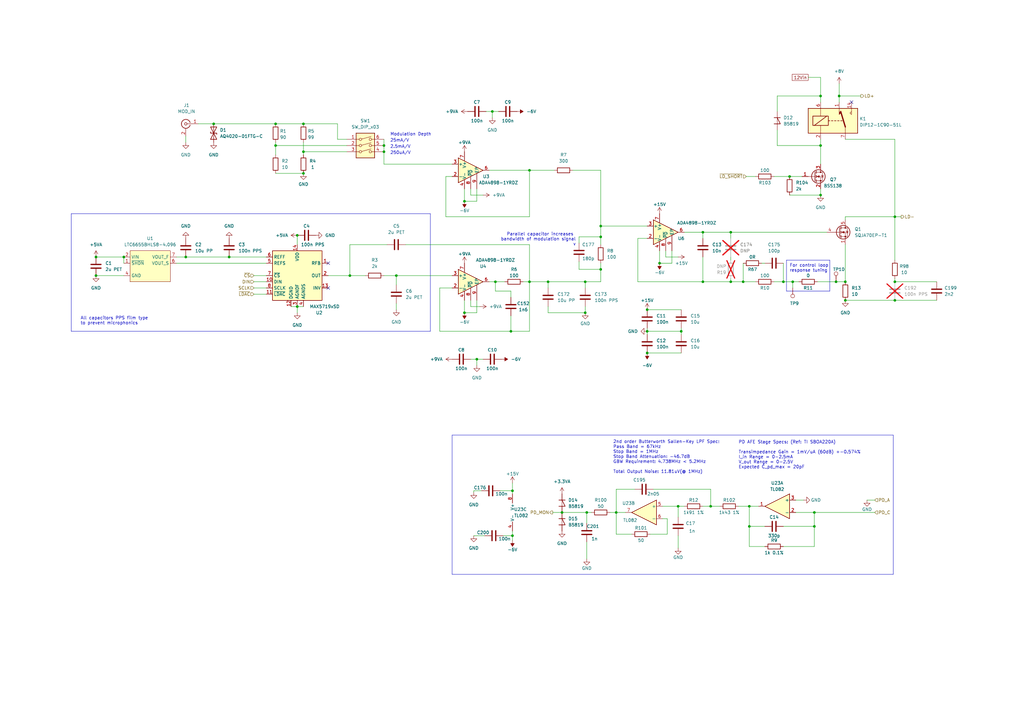
<source format=kicad_sch>
(kicad_sch (version 20230121) (generator eeschema)
  (paper "A3")
  (title_block (title "Kirdy") (date "2022-07-03") (rev "r0.1") (company "M-Labs") (comment 1 "Alex Wong Tat Hang"))
  (lib_symbols
    (symbol "Amplifier_Operational:ADA4898-1YRDZ" (pin_names (offset 0.127))
      (property "Reference" "U" (at 3.81 3.81 0))
      (property "Value" "ADA4898-1YRDZ" (at 11.43 -2.54 0))
      (symbol "ADA4898-1YRDZ_1_1"
        (pin input line (at -7.62 -2.54 0) (length 2.54) (name "-") (number "2"))
        (pin input line (at -7.62 2.54 0) (length 2.54) (name "+") (number "3"))
        (pin power_in line (at -2.54 -7.62 90) (length 3.81) (name "V-") (number "4"))
        (pin output line (at 7.62 0 180) (length 2.54) (name "~") (number "6"))
        (pin power_in line (at -2.54 7.62 270) (length 3.81) (name "V+") (number "7"))
        (pin input line (at 0 -7.62 90) (length 5.08) (name "~{PD}") (number "8"))
        (pin passive line (at 2.54 -7.62 90) (length 6.35) (name "EP") (number "9"))
      )
    )
    (symbol "Amplifier_Operational:TL082" (pin_names (offset 0.127))
      (property "Reference" "U" (at 0 5.08 0))
      (property "Value" "TL082" (at 0 -5.08 0))
      (symbol "TL082_1_1"
        (pin output line (at 7.62 0 180) (length 2.54) (name "~") (number "1"))
        (pin input line (at -7.62 -2.54 0) (length 2.54) (name "-") (number "2"))
        (pin input line (at -7.62 2.54 0) (length 2.54) (name "+") (number "3"))
      )
      (symbol "TL082_2_1"
        (pin input line (at -7.62 2.54 0) (length 2.54) (name "+") (number "5"))
        (pin input line (at -7.62 -2.54 0) (length 2.54) (name "-") (number "6"))
        (pin output line (at 7.62 0 180) (length 2.54) (name "~") (number "7"))
      )
      (symbol "TL082_3_1"
        (pin power_in line (at -2.54 -7.62 90) (length 3.81) (name "V-") (number "4"))
        (pin power_in line (at -2.54 7.62 270) (length 3.81) (name "V+") (number "8"))
      )
    )
    (symbol "Analog_DAC:MAX5719xSD"
      (property "Reference" "U" (at -10.16 11.43 0))
      (property "Value" "MAX5719xSD" (at 1.27 11.43 0))
      (symbol "MAX5719xSD_1_1"
        (pin passive line (at 12.7 5.08 180) (length 2.54) (name "RFB") (number "1"))
        (pin input line (at -12.7 -2.54 0) (length 2.54) (name "DIN") (number "10"))
        (pin input line (at -12.7 -7.62 0) (length 2.54) (name "~{LDAC}") (number "11"))
        (pin power_in line (at -2.54 -12.7 90) (length 2.54) (name "DGND") (number "12"))
        (pin passive line (at 12.7 -5.08 180) (length 2.54) (name "INV") (number "13"))
        (pin power_in line (at 0 12.7 270) (length 2.54) (name "VDD") (number "14"))
        (pin output line (at 12.7 0 180) (length 2.54) (name "OUT") (number "2"))
        (pin power_in line (at 0 -12.7 90) (length 2.54) (name "AGNDF") (number "3"))
        (pin power_in line (at 2.54 -12.7 90) (length 2.54) (name "AGNDS") (number "4"))
        (pin input line (at -12.7 5.08 0) (length 2.54) (name "REFS") (number "5"))
        (pin input line (at -12.7 7.62 0) (length 2.54) (name "REFF") (number "6"))
        (pin input line (at -12.7 0 0) (length 2.54) (name "~{CS}") (number "7"))
        (pin input line (at -12.7 -5.08 0) (length 2.54) (name "SCLK") (number "8"))
        (pin no_connect line (at 10.16 -7.62 180) (length 2.54) hide (name "NC") (number "9"))
      )
    )
    (symbol "Connector:Conn_Coaxial" (pin_names (offset 1.016) hide)
      (property "Reference" "J" (at 0.254 3.048 0))
      (property "Value" "Conn_Coaxial" (at 2.921 0 90))
      (symbol "Conn_Coaxial_1_1"
        (pin passive line (at -5.08 0 0) (length 2.54) (name "In") (number "1"))
        (pin passive line (at 0 -5.08 90) (length 2.54) (name "Ext") (number "2"))
      )
    )
    (symbol "Connector:TestPoint" (pin_numbers hide) (pin_names (offset 0.762) hide)
      (property "Reference" "TP" (at 0 6.858 0))
      (property "Value" "TestPoint" (at 0 5.08 0))
      (symbol "TestPoint_1_1"
        (pin passive line (at 0 0 90) (length 2.54) (name "1") (number "1"))
      )
    )
    (symbol "Device:C" (pin_numbers hide) (pin_names (offset 0.254))
      (property "Reference" "C" (at 0.635 2.54 0))
      (property "Value" "C" (at 0.635 -2.54 0))
      (symbol "C_1_1"
        (pin passive line (at 0 3.81 270) (length 2.794) (name "~") (number "1"))
        (pin passive line (at 0 -3.81 90) (length 2.794) (name "~") (number "2"))
      )
    )
    (symbol "Device:D_Shockley" (pin_numbers hide) (pin_names (offset 1.016) hide)
      (property "Reference" "D" (at 0 2.54 0))
      (property "Value" "D_Shockley" (at 0 -2.54 0))
      (symbol "D_Shockley_1_1"
        (pin passive line (at -3.81 0 0) (length 2.54) (name "K") (number "1"))
        (pin passive line (at 3.81 0 180) (length 2.54) (name "A") (number "2"))
      )
    )
    (symbol "Device:D_TVS" (pin_numbers hide) (pin_names (offset 1.016) hide)
      (property "Reference" "D" (at 0 2.54 0))
      (property "Value" "D_TVS" (at 0 -2.54 0))
      (symbol "D_TVS_1_1"
        (pin passive line (at -3.81 0 0) (length 2.54) (name "A1") (number "1"))
        (pin passive line (at 3.81 0 180) (length 2.54) (name "A2") (number "2"))
      )
    )
    (symbol "Device:R" (pin_numbers hide) (pin_names (offset 0))
      (property "Reference" "R" (at 2.032 0 90))
      (property "Value" "R" (at 0 0 90))
      (symbol "R_1_1"
        (pin passive line (at 0 3.81 270) (length 1.27) (name "~") (number "1"))
        (pin passive line (at 0 -3.81 90) (length 1.27) (name "~") (number "2"))
      )
    )
    (symbol "Relay:DIPxx-1Cxx-51x"
      (property "Reference" "K" (at 11.43 3.81 0))
      (property "Value" "DIPxx-1Cxx-51x" (at 11.43 1.27 0))
      (symbol "DIPxx-1Cxx-51x_1_1"
        (pin passive line (at 2.54 7.62 270) (length 2.54) (name "~") (number "1"))
        (pin passive line (at 7.62 7.62 270) (length 2.54) (name "~") (number "14"))
        (pin passive line (at -5.08 -7.62 90) (length 2.54) (name "~") (number "2"))
        (pin passive line (at -5.08 7.62 270) (length 2.54) (name "~") (number "6"))
        (pin passive line (at 5.08 -7.62 90) (length 2.54) (name "~") (number "7"))
        (pin passive line (at 5.08 -7.62 90) (length 2.54) hide (name "~") (number "8"))
      )
    )
    (symbol "Switch:SW_DIP_x03" (pin_names (offset 0) hide)
      (property "Reference" "SW" (at 0 8.89 0))
      (property "Value" "SW_DIP_x03" (at 0 -3.81 0))
      (symbol "SW_DIP_x03_1_1"
        (pin passive line (at -7.62 5.08 0) (length 5.08) (name "~") (number "1"))
        (pin passive line (at -7.62 2.54 0) (length 5.08) (name "~") (number "2"))
        (pin passive line (at -7.62 0 0) (length 5.08) (name "~") (number "3"))
        (pin passive line (at 7.62 0 180) (length 5.08) (name "~") (number "4"))
        (pin passive line (at 7.62 2.54 180) (length 5.08) (name "~") (number "5"))
        (pin passive line (at 7.62 5.08 180) (length 5.08) (name "~") (number "6"))
      )
    )
    (symbol "Transistor_FET:BSS138" (pin_names hide)
      (property "Reference" "Q" (at 5.08 1.905 0))
      (property "Value" "BSS138" (at 5.08 0 0))
      (symbol "BSS138_1_1"
        (pin input line (at -5.08 0 0) (length 2.54) (name "G") (number "1"))
        (pin passive line (at 2.54 -5.08 90) (length 2.54) (name "S") (number "2"))
        (pin passive line (at 2.54 5.08 270) (length 2.54) (name "D") (number "3"))
      )
    )
    (symbol "Transistor_FET:CSD17507Q5A" (pin_names hide)
      (property "Reference" "Q" (at 5.08 1.905 0))
      (property "Value" "CSD17507Q5A" (at 5.08 0 0))
      (symbol "CSD17507Q5A_1_1"
        (pin passive line (at 2.54 -5.08 90) (length 2.54) (name "S") (number "1"))
        (pin passive line (at 2.54 -5.08 90) (length 2.54) hide (name "S") (number "2"))
        (pin passive line (at 2.54 -5.08 90) (length 2.54) hide (name "S") (number "3"))
        (pin passive line (at -5.08 0 0) (length 2.54) (name "G") (number "4"))
        (pin passive line (at 2.54 5.08 270) (length 2.54) (name "D") (number "5"))
      )
    )
    (symbol "kirdy:LTC6655"
      (property "Reference" "U" (at 0 -10.16 0))
      (property "Value" "LTC6655" (at 0 -7.62 0))
      (symbol "LTC6655_0_0"
        (pin input line (at -10.16 2.54 0) (length 2.54) (name "~{SHDN}") (number "1"))
        (pin power_in line (at -10.16 5.08 0) (length 2.54) (name "VIN") (number "2"))
        (pin power_in line (at -10.16 -2.54 0) (length 2.54) hide (name "GND") (number "3"))
        (pin power_in line (at -10.16 -2.54 0) (length 2.54) (name "GND") (number "4"))
        (pin power_in line (at -10.16 -2.54 0) (length 2.54) hide (name "GND") (number "5"))
        (pin passive line (at 11.43 2.54 180) (length 2.54) (name "VOUT_S") (number "6"))
        (pin output line (at 11.43 5.08 180) (length 2.54) (name "VOUT_F") (number "7"))
        (pin power_in line (at -10.16 -2.54 0) (length 2.54) hide (name "GND") (number "8"))
      )
    )
    (symbol "power:+15V" (power) (pin_names (offset 0))
      (property "Value" "+15V" (at 0 3.556 0))
      (symbol "+15V_1_1"
        (pin power_in line (at 0 0 90) (length 0) hide (name "+15V") (number "1"))
      )
    )
    (symbol "power:+3.3VA" (power) (pin_names (offset 0))
      (property "Value" "+3.3VA" (at 0 3.556 0))
      (symbol "+3.3VA_1_1"
        (pin power_in line (at 0 0 90) (length 0) hide (name "+3.3VA") (number "1"))
      )
    )
    (symbol "power:+5VA" (power) (pin_names (offset 0))
      (property "Value" "+5VA" (at 0 3.556 0))
      (symbol "+5VA_1_1"
        (pin power_in line (at 0 0 90) (length 0) hide (name "+5VA") (number "1"))
      )
    )
    (symbol "power:+8V" (power) (pin_names (offset 0))
      (property "Value" "+8V" (at 0 3.556 0))
      (symbol "+8V_1_1"
        (pin power_in line (at 0 0 90) (length 0) hide (name "+8V") (number "1"))
      )
    )
    (symbol "power:+9VA" (power) (pin_names (offset 0))
      (property "Value" "+9VA" (at 0 3.81 0))
      (symbol "+9VA_1_1"
        (pin power_in line (at 0 0 90) (length 0) hide (name "+9VA") (number "1"))
      )
    )
    (symbol "power:-6V" (power) (pin_names (offset 0))
      (property "Value" "-6V" (at 0 3.81 0))
      (symbol "-6V_0_0"
        (pin power_in line (at 0 0 90) (length 0) hide (name "-6V") (number "1"))
      )
    )
    (symbol "power:GND" (power) (pin_names (offset 0))
      (property "Value" "GND" (at 0 -3.81 0))
      (symbol "GND_1_1"
        (pin power_in line (at 0 0 270) (length 0) hide (name "GND") (number "1"))
      )
    )
  )
  (junction (at 270.51 107.95))
  (junction (at 124.46 71.12))
  (junction (at 217.17 69.85))
  (junction (at 265.43 135.89))
  (junction (at 203.2 115.57))
  (junction (at 121.92 96.52))
  (junction (at 288.29 95.25))
  (junction (at 367.03 88.9))
  (junction (at 334.01 210.185))
  (junction (at 210.185 201.295))
  (junction (at 87.63 50.8))
  (junction (at 201.93 45.72))
  (junction (at 157.48 62.23))
  (junction (at 240.03 115.57))
  (junction (at 195.58 147.32))
  (junction (at 299.72 115.57))
  (junction (at 265.43 127))
  (junction (at 252.73 210.185))
  (junction (at 346.71 115.57))
  (junction (at 190.5 128.27))
  (junction (at 124.46 50.8))
  (junction (at 336.55 39.37))
  (junction (at 217.17 115.57))
  (junction (at 307.34 207.645))
  (junction (at 224.79 115.57))
  (junction (at 334.01 215.9))
  (junction (at 190.5 82.55))
  (junction (at 325.12 115.57))
  (junction (at 288.29 115.57))
  (junction (at 143.51 113.03))
  (junction (at 336.55 80.01))
  (junction (at 299.72 95.25))
  (junction (at 113.03 50.8))
  (junction (at 162.56 113.03))
  (junction (at 76.2 105.41))
  (junction (at 279.4 135.89))
  (junction (at 210.185 219.71))
  (junction (at 246.38 110.49))
  (junction (at 246.38 92.71))
  (junction (at 50.8 105.41))
  (junction (at 346.71 123.19))
  (junction (at 265.43 144.78))
  (junction (at 291.465 207.645))
  (junction (at 367.03 123.19))
  (junction (at 93.98 105.41))
  (junction (at 39.37 113.03))
  (junction (at 278.13 207.645))
  (junction (at 240.03 128.27))
  (junction (at 113.03 59.69))
  (junction (at 307.34 215.9))
  (junction (at 336.55 59.69))
  (junction (at 246.38 97.155))
  (junction (at 344.17 39.37))
  (junction (at 230.505 210.185))
  (junction (at 304.8 115.57))
  (junction (at 124.46 62.23))
  (junction (at 121.92 125.73))
  (junction (at 209.55 135.89))
  (junction (at 367.03 115.57))
  (junction (at 240.665 210.185))
  (junction (at 39.37 105.41))
  (junction (at 157.48 59.69))
  (junction (at 342.9 115.57))
  (junction (at 323.85 72.39))
  (junction (at 321.31 115.57))
  (no_connect (at 349.25 41.91))
  (no_connect (at 134.62 118.11))
  (no_connect (at 134.62 107.95))
  (wire (pts (xy 162.56 124.46) (xy 162.56 127)))
  (wire (pts (xy 104.14 113.03) (xy 109.22 113.03)))
  (wire (pts (xy 50.8 105.41) (xy 50.8 107.95)))
  (wire (pts (xy 157.48 59.69) (xy 157.48 62.23)))
  (wire (pts (xy 323.85 72.39) (xy 328.93 72.39)))
  (wire (pts (xy 217.17 115.57) (xy 224.79 115.57)))
  (wire (pts (xy 259.08 219.075) (xy 252.73 219.075)))
  (wire (pts (xy 113.03 71.12) (xy 124.46 71.12)))
  (wire (pts (xy 334.01 210.185) (xy 358.775 210.185)))
  (wire (pts (xy 335.28 115.57) (xy 342.9 115.57)))
  (wire (pts (xy 288.29 95.25) (xy 299.72 95.25)))
  (wire (pts (xy 313.69 224.155) (xy 307.34 224.155)))
  (wire (pts (xy 237.49 107.315) (xy 237.49 110.49)))
  (wire (pts (xy 318.77 59.69) (xy 336.55 59.69)))
  (wire (pts (xy 325.12 118.11) (xy 325.12 115.57)))
  (wire (pts (xy 271.78 212.725) (xy 273.685 212.725)))
  (wire (pts (xy 240.03 115.57) (xy 246.38 115.57)))
  (wire (pts (xy 265.43 135.89) (xy 265.43 137.16)))
  (wire (pts (xy 346.71 90.17) (xy 346.71 88.9)))
  (wire (pts (xy 210.185 219.71) (xy 210.185 221.615)))
  (wire (pts (xy 331.47 31.75) (xy 336.55 31.75)))
  (wire (pts (xy 240.665 210.185) (xy 242.57 210.185)))
  (wire (pts (xy 166.37 100.33) (xy 217.17 100.33)))
  (wire (pts (xy 138.43 57.15) (xy 142.24 57.15)))
  (wire (pts (xy 288.29 207.645) (xy 291.465 207.645)))
  (wire (pts (xy 76.2 58.42) (xy 76.2 55.88)))
  (wire (pts (xy 240.03 118.11) (xy 240.03 115.57)))
  (wire (pts (xy 288.29 95.25) (xy 288.29 97.79)))
  (wire (pts (xy 280.67 95.25) (xy 288.29 95.25)))
  (wire (pts (xy 193.04 125.73) (xy 196.85 125.73)))
  (wire (pts (xy 336.55 31.75) (xy 336.55 39.37)))
  (wire (pts (xy 124.46 58.42) (xy 124.46 62.23)))
  (wire (pts (xy 246.38 107.95) (xy 246.38 110.49)))
  (wire (pts (xy 367.03 114.3) (xy 367.03 115.57)))
  (wire (pts (xy 299.72 95.25) (xy 339.09 95.25)))
  (wire (pts (xy 81.28 50.8) (xy 87.63 50.8)))
  (polyline (pts (xy 322.58 119.38) (xy 340.36 119.38)))
  (wire (pts (xy 104.14 118.11) (xy 109.22 118.11)))
  (wire (pts (xy 237.49 110.49) (xy 246.38 110.49)))
  (wire (pts (xy 252.73 200.66) (xy 252.73 210.185)))
  (wire (pts (xy 206.375 219.71) (xy 210.185 219.71)))
  (wire (pts (xy 273.05 105.41) (xy 278.13 105.41)))
  (wire (pts (xy 237.49 97.155) (xy 246.38 97.155)))
  (polyline (pts (xy 322.58 106.68) (xy 340.36 106.68)))
  (wire (pts (xy 318.77 53.34) (xy 318.77 59.69)))
  (wire (pts (xy 157.48 57.15) (xy 157.48 59.69)))
  (wire (pts (xy 299.72 105.41) (xy 299.72 106.68)))
  (wire (pts (xy 76.2 105.41) (xy 93.98 105.41)))
  (wire (pts (xy 104.14 115.57) (xy 109.22 115.57)))
  (wire (pts (xy 113.03 58.42) (xy 113.03 59.69)))
  (wire (pts (xy 200.66 69.85) (xy 217.17 69.85)))
  (wire (pts (xy 201.93 45.72) (xy 201.93 48.26)))
  (wire (pts (xy 326.39 210.185) (xy 334.01 210.185)))
  (wire (pts (xy 306.07 72.39) (xy 309.88 72.39)))
  (wire (pts (xy 224.79 115.57) (xy 240.03 115.57)))
  (wire (pts (xy 267.97 200.66) (xy 291.465 200.66)))
  (wire (pts (xy 217.17 88.9) (xy 217.17 69.85)))
  (wire (pts (xy 209.55 135.89) (xy 217.17 135.89)))
  (wire (pts (xy 210.185 198.12) (xy 210.185 201.295)))
  (wire (pts (xy 252.73 210.185) (xy 256.54 210.185)))
  (wire (pts (xy 162.56 113.03) (xy 185.42 113.03)))
  (wire (pts (xy 157.48 113.03) (xy 162.56 113.03)))
  (wire (pts (xy 299.72 95.25) (xy 299.72 97.79)))
  (wire (pts (xy 217.17 135.89) (xy 217.17 115.57)))
  (wire (pts (xy 367.03 88.9) (xy 346.71 88.9)))
  (wire (pts (xy 240.03 128.27) (xy 240.03 125.73)))
  (wire (pts (xy 72.39 107.95) (xy 109.22 107.95)))
  (wire (pts (xy 336.55 57.15) (xy 336.55 59.69)))
  (wire (pts (xy 124.46 62.23) (xy 142.24 62.23)))
  (wire (pts (xy 214.63 115.57) (xy 217.17 115.57)))
  (wire (pts (xy 278.13 212.09) (xy 278.13 207.645)))
  (wire (pts (xy 279.4 135.89) (xy 265.43 135.89)))
  (wire (pts (xy 201.93 45.72) (xy 204.47 45.72)))
  (wire (pts (xy 180.34 118.11) (xy 180.34 135.89)))
  (wire (pts (xy 307.34 215.9) (xy 307.34 224.155)))
  (wire (pts (xy 195.58 82.55) (xy 195.58 77.47)))
  (wire (pts (xy 190.5 77.47) (xy 190.5 82.55)))
  (wire (pts (xy 195.58 128.27) (xy 195.58 123.19)))
  (wire (pts (xy 291.465 200.66) (xy 291.465 207.645)))
  (wire (pts (xy 143.51 100.33) (xy 143.51 113.03)))
  (wire (pts (xy 158.75 100.33) (xy 143.51 100.33)))
  (polyline (pts (xy 29.21 87.63) (xy 176.53 87.63)))
  (wire (pts (xy 346.71 123.19) (xy 367.03 123.19)))
  (wire (pts (xy 342.9 115.57) (xy 346.71 115.57)))
  (wire (pts (xy 266.7 219.075) (xy 273.685 219.075)))
  (wire (pts (xy 271.78 207.645) (xy 278.13 207.645)))
  (wire (pts (xy 195.58 147.32) (xy 198.12 147.32)))
  (wire (pts (xy 87.63 50.8) (xy 113.03 50.8)))
  (wire (pts (xy 246.38 97.155) (xy 246.38 100.33)))
  (wire (pts (xy 304.8 107.95) (xy 304.8 115.57)))
  (wire (pts (xy 193.04 77.47) (xy 193.04 80.01)))
  (wire (pts (xy 113.03 50.8) (xy 124.46 50.8)))
  (wire (pts (xy 336.55 39.37) (xy 336.55 41.91)))
  (wire (pts (xy 190.5 82.55) (xy 195.58 82.55)))
  (wire (pts (xy 193.04 147.32) (xy 195.58 147.32)))
  (wire (pts (xy 329.565 205.105) (xy 326.39 205.105)))
  (wire (pts (xy 321.31 115.57) (xy 325.12 115.57)))
  (wire (pts (xy 240.665 222.25) (xy 240.665 229.235)))
  (wire (pts (xy 246.38 69.85) (xy 246.38 92.71)))
  (wire (pts (xy 270.51 107.95) (xy 275.59 107.95)))
  (wire (pts (xy 199.39 45.72) (xy 201.93 45.72)))
  (wire (pts (xy 344.17 39.37) (xy 344.17 41.91)))
  (wire (pts (xy 185.42 72.39) (xy 182.88 72.39)))
  (wire (pts (xy 230.505 210.185) (xy 240.665 210.185)))
  (polyline (pts (xy 340.36 119.38) (xy 340.36 106.68)))
  (wire (pts (xy 72.39 105.41) (xy 76.2 105.41)))
  (wire (pts (xy 180.34 135.89) (xy 209.55 135.89)))
  (wire (pts (xy 193.04 123.19) (xy 193.04 125.73)))
  (wire (pts (xy 134.62 113.03) (xy 143.51 113.03)))
  (wire (pts (xy 209.55 119.38) (xy 203.2 119.38)))
  (wire (pts (xy 93.98 105.41) (xy 109.22 105.41)))
  (wire (pts (xy 291.465 207.645) (xy 295.275 207.645)))
  (wire (pts (xy 317.5 115.57) (xy 321.31 115.57)))
  (wire (pts (xy 367.03 57.15) (xy 346.71 57.15)))
  (wire (pts (xy 250.19 210.185) (xy 252.73 210.185)))
  (wire (pts (xy 334.01 210.185) (xy 334.01 215.9)))
  (wire (pts (xy 234.95 69.85) (xy 246.38 69.85)))
  (wire (pts (xy 278.13 224.79) (xy 278.13 219.71)))
  (wire (pts (xy 39.37 105.41) (xy 50.8 105.41)))
  (wire (pts (xy 39.37 113.03) (xy 50.8 113.03)))
  (wire (pts (xy 369.57 88.9) (xy 367.03 88.9)))
  (wire (pts (xy 318.77 39.37) (xy 336.55 39.37)))
  (wire (pts (xy 302.895 207.645) (xy 307.34 207.645)))
  (wire (pts (xy 190.5 128.27) (xy 195.58 128.27)))
  (wire (pts (xy 124.46 62.23) (xy 124.46 63.5)))
  (wire (pts (xy 270.51 102.87) (xy 270.51 107.95)))
  (polyline (pts (xy 29.21 87.63) (xy 29.21 135.89)))
  (wire (pts (xy 325.12 115.57) (xy 327.66 115.57)))
  (wire (pts (xy 113.03 59.69) (xy 142.24 59.69)))
  (wire (pts (xy 367.03 115.57) (xy 384.175 115.57)))
  (wire (pts (xy 252.73 210.185) (xy 252.73 219.075)))
  (wire (pts (xy 261.62 115.57) (xy 261.62 97.79)))
  (wire (pts (xy 121.92 96.52) (xy 121.92 100.33)))
  (wire (pts (xy 273.685 212.725) (xy 273.685 219.075)))
  (wire (pts (xy 273.05 102.87) (xy 273.05 105.41)))
  (wire (pts (xy 157.48 67.31) (xy 185.42 67.31)))
  (wire (pts (xy 226.695 210.185) (xy 230.505 210.185)))
  (polyline (pts (xy 322.58 106.68) (xy 322.58 119.38)))
  (wire (pts (xy 217.17 69.85) (xy 227.33 69.85)))
  (wire (pts (xy 336.55 59.69) (xy 336.55 67.31)))
  (wire (pts (xy 321.31 224.155) (xy 334.01 224.155)))
  (wire (pts (xy 304.8 115.57) (xy 309.88 115.57)))
  (wire (pts (xy 194.31 201.93) (xy 194.31 201.295)))
  (wire (pts (xy 344.17 39.37) (xy 353.06 39.37)))
  (wire (pts (xy 288.29 115.57) (xy 261.62 115.57)))
  (wire (pts (xy 307.34 207.645) (xy 311.15 207.645)))
  (wire (pts (xy 182.88 88.9) (xy 217.17 88.9)))
  (wire (pts (xy 119.38 125.73) (xy 121.92 125.73)))
  (wire (pts (xy 246.38 92.71) (xy 265.43 92.71)))
  (wire (pts (xy 367.03 88.9) (xy 367.03 106.68)))
  (wire (pts (xy 104.14 120.65) (xy 109.22 120.65)))
  (wire (pts (xy 318.77 45.72) (xy 318.77 39.37)))
  (wire (pts (xy 143.51 113.03) (xy 149.86 113.03)))
  (wire (pts (xy 367.03 123.19) (xy 384.175 123.19)))
  (wire (pts (xy 193.04 80.01) (xy 198.12 80.01)))
  (wire (pts (xy 246.38 92.71) (xy 246.38 97.155)))
  (polyline (pts (xy 29.21 135.89) (xy 176.53 135.89)))
  (wire (pts (xy 210.185 201.295) (xy 210.185 202.565)))
  (wire (pts (xy 194.31 201.295) (xy 197.485 201.295)))
  (wire (pts (xy 224.79 125.73) (xy 224.79 128.27)))
  (wire (pts (xy 299.72 114.3) (xy 299.72 115.57)))
  (wire (pts (xy 367.03 57.15) (xy 367.03 88.9)))
  (wire (pts (xy 190.5 123.19) (xy 190.5 128.27)))
  (wire (pts (xy 224.79 118.11) (xy 224.79 115.57)))
  (wire (pts (xy 203.2 119.38) (xy 203.2 115.57)))
  (wire (pts (xy 321.31 107.95) (xy 321.31 115.57)))
  (wire (pts (xy 209.55 129.54) (xy 209.55 135.89)))
  (wire (pts (xy 205.105 201.295) (xy 210.185 201.295)))
  (wire (pts (xy 279.4 134.62) (xy 279.4 135.89)))
  (wire (pts (xy 344.17 34.29) (xy 344.17 39.37)))
  (wire (pts (xy 312.42 107.95) (xy 313.69 107.95)))
  (wire (pts (xy 246.38 110.49) (xy 246.38 115.57)))
  (wire (pts (xy 323.85 80.01) (xy 336.55 80.01)))
  (wire (pts (xy 113.03 59.69) (xy 113.03 63.5)))
  (wire (pts (xy 121.92 125.73) (xy 121.92 128.27)))
  (wire (pts (xy 217.17 100.33) (xy 217.17 115.57)))
  (wire (pts (xy 279.4 135.89) (xy 279.4 137.16)))
  (wire (pts (xy 210.185 217.805) (xy 210.185 219.71)))
  (wire (pts (xy 162.56 113.03) (xy 162.56 116.84)))
  (wire (pts (xy 157.48 62.23) (xy 157.48 67.31)))
  (wire (pts (xy 346.71 100.33) (xy 346.71 115.57)))
  (wire (pts (xy 124.46 50.8) (xy 138.43 50.8)))
  (wire (pts (xy 355.6 205.105) (xy 358.775 205.105)))
  (wire (pts (xy 203.2 115.57) (xy 207.01 115.57)))
  (wire (pts (xy 240.665 214.63) (xy 240.665 210.185)))
  (wire (pts (xy 336.55 77.47) (xy 336.55 80.01)))
  (wire (pts (xy 321.31 215.9) (xy 334.01 215.9)))
  (wire (pts (xy 307.34 207.645) (xy 307.34 215.9)))
  (wire (pts (xy 317.5 72.39) (xy 323.85 72.39)))
  (wire (pts (xy 185.42 118.11) (xy 180.34 118.11)))
  (wire (pts (xy 194.31 219.71) (xy 198.755 219.71)))
  (wire (pts (xy 265.43 134.62) (xy 265.43 135.89)))
  (wire (pts (xy 224.79 128.27) (xy 240.03 128.27)))
  (wire (pts (xy 265.43 127) (xy 279.4 127)))
  (wire (pts (xy 260.35 200.66) (xy 252.73 200.66)))
  (wire (pts (xy 288.29 115.57) (xy 299.72 115.57)))
  (wire (pts (xy 209.55 121.92) (xy 209.55 119.38)))
  (wire (pts (xy 265.43 144.78) (xy 279.4 144.78)))
  (wire (pts (xy 278.13 207.645) (xy 280.67 207.645)))
  (wire (pts (xy 200.66 115.57) (xy 203.2 115.57)))
  (wire (pts (xy 138.43 50.8) (xy 138.43 57.15)))
  (wire (pts (xy 275.59 107.95) (xy 275.59 102.87)))
  (wire (pts (xy 288.29 105.41) (xy 288.29 115.57)))
  (wire (pts (xy 195.58 147.32) (xy 195.58 149.86)))
  (wire (pts (xy 299.72 115.57) (xy 304.8 115.57)))
  (polyline (pts (xy 176.53 135.89) (xy 176.53 87.63)))
  (wire (pts (xy 237.49 99.695) (xy 237.49 97.155)))
  (wire (pts (xy 121.92 125.73) (xy 124.46 125.73)))
  (wire (pts (xy 182.88 72.39) (xy 182.88 88.9)))
  (wire (pts (xy 261.62 97.79) (xy 265.43 97.79)))
  (wire (pts (xy 334.01 215.9) (xy 334.01 224.155)))
  (wire (pts (xy 313.69 215.9) (xy 307.34 215.9)))
  (rectangle (start 185.42 178.435) (end 366.395 235.585))
  (text "250uA/V" (at 160.02 63.5 0) (effects (font (size 1.27 1.27)) (justify left bottom)))
  (text "All capacitors PPS film type\nto prevent microphonics " (at 33.02 133.35 0) (effects (font (size 1.27 1.27)) (justify left bottom)))
  (text "2.5mA/V" (at 160.02 60.96 0) (effects (font (size 1.27 1.27)) (justify left bottom)))
  (text "For control loop\nresponse tuning" (at 323.85 111.76 0) (effects (font (size 1.27 1.27)) (justify left bottom)))
  (text "25mA/V" (at 160.02 58.42 0) (effects (font (size 1.27 1.27)) (justify left bottom)))
  (text "PD AFE Stage Specs: (Ref: TI SBOA220A)\n\nTransimpedance Gain = 1mV/uA (60dB) +-0.574%\nI_in Range = 0-2.5mA\nV_out Range = 0-2.5V\nExpected C_pd_max = 20pF" (at 302.895 192.405 0) (effects (font (size 1.27 1.27)) (justify left bottom)))
  (text "\n2nd order Butterworth Sallen-Key LPF Spec:\nPass Band = 67kHz\nStop Band = 1MHz\nStop Band Attenuation: -46.7dB\nGBW Requirement: 4.738MHz < 5.2MHz\n\nTotal Output Noise: 11.81uV(@ 1MHz)" (at 251.46 194.31 0) (effects (font (size 1.27 1.27)) (justify left bottom)))
  (text "Parallel capacitor increases \nbandwidth of modulation signal\nv" (at 236.22 100.965 0) (effects (font (size 1.27 1.27)) (justify right bottom)))
  (text "Modulation Depth" (at 160.02 55.88 0) (effects (font (size 1.27 1.27)) (justify left bottom)))
  (global_label "12Vin" (shape passive) (at 331.47 31.75 180) (property "Intersheetrefs" "${INTERSHEET_REFS}" (effects hide)))
  (hierarchical_label "PD_MON" (shape output) (at 226.695 210.185 180))
  (hierarchical_label "PD_C" (shape input) (at 358.775 210.185 0))
  (hierarchical_label "~{LDAC}" (shape input) (at 104.14 120.65 180))
  (hierarchical_label "~{LD_SHORT}" (shape input) (at 306.07 72.39 180))
  (hierarchical_label "LD+" (shape output) (at 353.06 39.37 0))
  (hierarchical_label "PD_A" (shape input) (at 358.775 205.105 0))
  (hierarchical_label "SCLK" (shape input) (at 104.14 118.11 180))
  (hierarchical_label "DIN" (shape input) (at 104.14 115.57 180))
  (hierarchical_label "LD-" (shape output) (at 369.57 88.9 0))
  (hierarchical_label "~{CS}" (shape input) (at 104.14 113.03 180))
  (symbol (lib_id "Connector:TestPoint") (at 342.9 115.57 0) (unit 1)
    (property "Reference" "TP10" (at 341.63 110.49 0) (effects (justify left)))
    (property "Value" "TestPoint" (effects hide))
    (property "Footprint" "TestPoint:TestPoint_Pad_2.0x2.0mm" (effects hide))
  )
  (symbol (lib_id "Device:R") (at 299.72 110.49 180) (unit 1) (dnp yes)
    (property "Reference" "R19" (at 295.91 111.76 0))
    (property "Value" "DNP" (at 295.91 109.22 0))
    (property "Footprint" "Resistor_SMD:R_0603_1608Metric" (effects hide))
  )
  (symbol (lib_id "Device:R") (at 284.48 207.645 90) (unit 1)
    (property "Reference" "R12" (at 284.48 205.105 90))
    (property "Value" "1k91 1%" (at 284.48 210.185 90))
    (property "Footprint" "Resistor_SMD:R_0603_1608Metric" (effects hide))
    (property "MFR_PN_ALT" "WR06X1001FTL" (effects hide))
  )
  (symbol (lib_id "Device:C") (at 264.16 200.66 270) (unit 1)
    (property "Reference" "C195" (at 262.255 196.85 90))
    (property "Value" "2n05" (at 267.97 202.565 90))
    (property "Footprint" "Capacitor_SMD:C_0603_1608Metric" (effects hide))
  )
  (symbol (lib_id "Device:R") (at 323.85 76.2 180) (unit 1)
    (property "Reference" "R104" (at 326.39 74.9299 0) (effects (justify right)))
    (property "Value" "2k" (at 326.39 77.4699 0) (effects (justify right)))
    (property "Footprint" "Resistor_SMD:R_0603_1608Metric" (effects hide))
    (property "MFR_PN" "RC0603FR-072KL" (effects hide))
    (property "MFR_PN_ALT" "ERJ-3EKF2001V" (effects hide))
  )
  (symbol (lib_id "power:GND") (at 336.55 80.01 0) (unit 1)
    (property "Reference" "#PWR0171" (effects hide))
    (property "Value" "GND" (at 336.55 85.09 0))
  )
  (symbol (lib_id "power:-6V") (at 212.09 45.72 270) (unit 1)
    (property "Reference" "#PWR022" (effects hide))
    (property "Value" "-6V" (at 215.9 45.7199 90) (effects (justify left)))
  )
  (symbol (lib_id "Device:C") (at 162.56 100.33 90) (unit 1)
    (property "Reference" "C5" (at 162.56 92.71 90))
    (property "Value" "2u PET" (at 162.56 95.25 90))
    (property "Footprint" "Capacitor_SMD:C_1812_4532Metric" (effects hide))
    (property "MFR_PN" "35MU225MC14532" (effects hide))
  )
  (symbol (lib_id "power:+15V") (at 265.43 127 0) (unit 1)
    (property "Reference" "#PWR028" (effects hide))
    (property "Value" "+15V" (at 265.43 123.19 0))
  )
  (symbol (lib_id "Device:R") (at 331.47 115.57 90) (unit 1)
    (property "Reference" "R11" (at 331.47 118.11 90))
    (property "Value" "0" (at 331.47 113.03 90))
    (property "Footprint" "Resistor_SMD:R_0603_1608Metric" (effects hide))
    (property "MFR_PN" "RMCF0603ZT0R00" (effects hide))
    (property "MFR_PN_ALT" "CR0603-J/-000ELF" (effects hide))
  )
  (symbol (lib_id "power:-6V") (at 205.74 147.32 270) (unit 1)
    (property "Reference" "#PWR023" (effects hide))
    (property "Value" "-6V" (at 209.55 147.3199 90) (effects (justify left)))
  )
  (symbol (lib_id "Device:D_Shockley") (at 230.505 206.375 270) (unit 1)
    (property "Reference" "D14" (at 233.045 205.1049 90) (effects (justify left)))
    (property "Value" "B5819" (at 233.045 207.6449 90) (effects (justify left)))
    (property "Footprint" "Diode_SMD:D_SOD-323" (effects hide))
    (property "MFR_PN" "B5819WS-TP" (effects hide))
  )
  (symbol (lib_id "power:GND") (at 194.31 201.93 0) (unit 1)
    (property "Reference" "#PWR0191" (effects hide))
    (property "Value" "GND" (at 194.31 207.01 0))
  )
  (symbol (lib_id "Device:C") (at 208.28 45.72 90) (unit 1)
    (property "Reference" "C9" (at 208.28 41.91 90))
    (property "Value" "100n" (at 208.28 49.53 90))
    (property "Footprint" "Capacitor_SMD:C_0603_1608Metric" (effects hide))
    (property "MFR_PN" "CL10B104KB8NNWC" (effects hide))
    (property "MFR_PN_ALT" "CL10B104KB8NNNL" (effects hide))
  )
  (symbol (lib_id "Device:R") (at 346.71 119.38 0) (unit 1)
    (property "Reference" "R13" (at 349.25 118.11 0) (effects (justify left)))
    (property "Value" "10" (at 349.25 120.65 0) (effects (justify left)))
    (property "Footprint" "Package_TO_SOT_THT:TO-220-2_Horizontal_TabDown" (effects hide))
    (property "Datasheet" "https://www.alpha-elec.co.jp/w2img/2022100715510167015-PD(EN)_final_10Jan2018.pdf" (effects hide))
    (property "MFR_PN" "PDY10R000F" (effects hide))
  )
  (symbol (lib_id "Relay:DIPxx-1Cxx-51x") (at 341.63 49.53 0) (unit 1)
    (property "Reference" "K1" (at 352.552 48.6953 0) (effects (justify left)))
    (property "Value" "DIP12-1C90-51L" (at 352.552 51.2322 0) (effects (justify left)))
    (property "Footprint" "Relay_THT:Relay_StandexMeder_DIP_LowProfile" (effects hide))
    (property "Datasheet" "https://standexelectronics.com/wp-content/uploads/datasheet_reed_relay_DIP.pdf" (effects hide))
  )
  (symbol (lib_id "Device:C") (at 278.13 215.9 180) (unit 1)
    (property "Reference" "C17" (at 283.21 214.63 0))
    (property "Value" "1n" (at 283.845 217.805 0))
    (property "Footprint" "Capacitor_SMD:C_0603_1608Metric" (effects hide))
  )
  (symbol (lib_id "power:+5VA") (at 39.37 105.41 0) (unit 1)
    (property "Reference" "#PWR01" (effects hide))
    (property "Value" "+5VA" (at 39.37 100.33 0))
  )
  (symbol (lib_id "Device:C") (at 279.4 140.97 0) (unit 1)
    (property "Reference" "C16" (at 283.21 139.6999 0) (effects (justify left)))
    (property "Value" "10u" (at 283.21 142.2399 0) (effects (justify left)))
    (property "Footprint" "Capacitor_SMD:C_0805_2012Metric" (effects hide))
    (property "MFR_PN" "CL21B106KOQNNNG" (effects hide))
    (property "MFR_PN_ALT" "CL21B106KOQNNNE" (effects hide))
  )
  (symbol (lib_id "Device:C") (at 76.2 101.6 0) (unit 1)
    (property "Reference" "C2" (at 80.01 100.3299 0) (effects (justify left)))
    (property "Value" "10u PP" (at 80.01 102.8699 0) (effects (justify left)))
    (property "Footprint" "Capacitor_SMD:C_1812_4532Metric" (effects hide))
    (property "MFR_PN" "16MU106MC44532" (effects hide))
  )
  (symbol (lib_id "Connector:TestPoint") (at 325.12 118.11 180) (unit 1)
    (property "Reference" "TP9" (at 327.66 124.46 0) (effects (justify left)))
    (property "Value" "TestPoint" (effects hide))
    (property "Footprint" "TestPoint:TestPoint_Pad_2.0x2.0mm" (effects hide))
  )
  (symbol (lib_id "Device:C") (at 299.72 101.6 0) (unit 1) (dnp yes)
    (property "Reference" "C174" (at 303.53 100.3299 0) (effects (justify left)))
    (property "Value" "DNP" (at 303.53 102.8699 0) (effects (justify left)))
    (property "Footprint" "Capacitor_SMD:C_0603_1608Metric" (effects hide))
  )
  (symbol (lib_id "Device:R") (at 313.69 115.57 90) (unit 1)
    (property "Reference" "R10" (at 313.69 118.11 90))
    (property "Value" "100" (at 313.69 113.03 90))
    (property "Footprint" "Resistor_SMD:R_0603_1608Metric" (effects hide))
    (property "MFR_PN" "WR06X1000FTL" (effects hide))
    (property "MFR_PN_ALT" "RMCF0603FT100R" (effects hide))
  )
  (symbol (lib_id "Device:R") (at 367.03 110.49 180) (unit 1)
    (property "Reference" "R98" (at 370.84 109.22 0))
    (property "Value" "10" (at 370.84 111.76 0))
    (property "Footprint" "Resistor_SMD:R_0603_1608Metric" (effects hide))
  )
  (symbol (lib_id "power:GND") (at 121.92 128.27 0) (unit 1)
    (property "Reference" "#PWR06" (effects hide))
    (property "Value" "GND" (at 121.92 133.35 0))
  )
  (symbol (lib_id "Amplifier_Operational:ADA4898-1YRDZ") (at 273.05 95.25 0) (unit 1)
    (property "Reference" "U6" (at 279.4 97.79 0))
    (property "Value" "ADA4898-1YRDZ" (at 285.75 91.44 0))
    (property "Footprint" "Package_SO:SOIC-8-1EP_3.9x4.9mm_P1.27mm_EP2.29x3mm" (effects hide))
    (property "Datasheet" "https://www.analog.com/media/en/technical-documentation/data-sheets/ada4898-1_4898-2.pdf" (effects hide))
    (property "MFR_PN" "ADA4898-1YRDZ" (effects hide))
  )
  (symbol (lib_id "Device:C") (at 288.29 101.6 0) (unit 1)
    (property "Reference" "C13" (at 292.1 100.3299 0) (effects (justify left)))
    (property "Value" "10n" (at 292.1 102.8699 0) (effects (justify left)))
    (property "Footprint" "Capacitor_SMD:C_0603_1608Metric" (effects hide))
    (property "MFR_PN" "0603B103K500CT" (effects hide))
    (property "MFR_PN_ALT" "CL10B103KB8NNNC" (effects hide))
  )
  (symbol (lib_id "power:GND") (at 278.13 224.79 0) (unit 1)
    (property "Reference" "#PWR0187" (effects hide))
    (property "Value" "GND" (at 278.13 228.6 0))
  )
  (symbol (lib_id "power:GND") (at 329.565 205.105 90) (unit 1)
    (property "Reference" "#PWR0182" (effects hide))
    (property "Value" "GND" (at 334.645 205.105 90))
  )
  (symbol (lib_id "Device:C") (at 367.03 119.38 0) (unit 1) (dnp yes)
    (property "Reference" "C192" (at 370.84 118.1099 0) (effects (justify left)))
    (property "Value" "100n PPS" (at 370.84 120.6499 0) (effects (justify left)))
    (property "Footprint" "Capacitor_SMD:C_1210_3225Metric" (effects hide))
    (property "MFR_PN" "ECH-U1C104JX5" (effects hide))
  )
  (symbol (lib_id "Device:R") (at 246.38 104.14 180) (unit 1)
    (property "Reference" "R8" (at 248.92 102.8699 0) (effects (justify right)))
    (property "Value" "100" (at 248.92 105.4099 0) (effects (justify right)))
    (property "Footprint" "Resistor_SMD:R_0603_1608Metric" (effects hide))
    (property "MFR_PN" "RT0603FRE07300RL" (effects hide))
    (property "MFR_PN_ALT" "RC0603FR-10300RL" (effects hide))
  )
  (symbol (lib_id "power:GND") (at 129.54 96.52 90) (unit 1)
    (property "Reference" "#PWR07" (effects hide))
    (property "Value" "GND" (at 133.35 96.5199 90) (effects (justify right)))
  )
  (symbol (lib_id "Device:R") (at 113.03 67.31 180) (unit 1)
    (property "Reference" "R2" (at 116.84 66.04 0))
    (property "Value" "10" (at 116.84 68.58 0))
    (property "Footprint" "Resistor_SMD:R_0603_1608Metric" (effects hide))
    (property "MFR_PN" "RT0603BRD0710RL" (effects hide))
    (property "MFR_PN_ALT" "WR06X10R0FTL" (effects hide))
  )
  (symbol (lib_id "power:GND") (at 39.37 113.03 0) (unit 1)
    (property "Reference" "#PWR02" (effects hide))
    (property "Value" "GND" (at 39.37 118.11 0))
  )
  (symbol (lib_id "power:GND") (at 76.2 97.79 180) (unit 1)
    (property "Reference" "#PWR03" (effects hide))
    (property "Value" "GND" (at 76.2 92.71 0))
  )
  (symbol (lib_id "power:-6V") (at 210.185 221.615 180) (unit 1)
    (property "Reference" "#PWR0181" (effects hide))
    (property "Value" "-6V" (at 210.185 225.425 0))
  )
  (symbol (lib_id "Device:C") (at 224.79 121.92 0) (unit 1)
    (property "Reference" "C172" (at 228.6 120.6499 0) (effects (justify left)))
    (property "Value" "10u PP" (at 228.6 123.1899 0) (effects (justify left)))
    (property "Footprint" "Capacitor_SMD:C_1812_4532Metric" (effects hide))
    (property "MFR_PN" "16MU106MC44532" (effects hide))
  )
  (symbol (lib_id "Device:R") (at 262.89 219.075 90) (unit 1)
    (property "Reference" "R101" (at 262.89 216.535 90))
    (property "Value" "50" (at 262.89 221.615 90))
    (property "Footprint" "Resistor_SMD:R_0603_1608Metric" (effects hide))
    (property "MFR_PN_ALT" "WR06X1001FTL" (effects hide))
  )
  (symbol (lib_id "Switch:SW_DIP_x03") (at 149.86 62.23 0) (unit 1)
    (property "Reference" "SW1" (at 149.86 49.53 0))
    (property "Value" "SW_DIP_x03" (at 149.86 52.07 0))
    (property "Footprint" "Button_Switch_SMD:SW_DIP_SPSTx03_Slide_Omron_A6S-310x_W8.9mm_P2.54mm" (effects hide))
    (property "MFR_PN" "A6SN-3104" (effects hide))
    (property "MFR_PN_ALT" "A6S-3102" (effects hide))
  )
  (symbol (lib_id "Amplifier_Operational:ADA4898-1YRDZ") (at 193.04 115.57 0) (unit 1)
    (property "Reference" "U4" (at 198.12 109.22 0))
    (property "Value" "ADA4898-1YRDZ" (at 203.2 106.68 0))
    (property "Footprint" "Package_SO:SOIC-8-1EP_3.9x4.9mm_P1.27mm_EP2.29x3mm" (effects hide))
    (property "Datasheet" "https://www.analog.com/media/en/technical-documentation/data-sheets/ada4898-1_4898-2.pdf" (effects hide))
    (property "MFR_PN" "ADA4898-1YRDZ" (effects hide))
  )
  (symbol (lib_id "Device:C") (at 317.5 215.9 90) (unit 1)
    (property "Reference" "C14" (at 317.5 212.09 90))
    (property "Value" "330p" (at 317.5 219.71 90))
    (property "Footprint" "Capacitor_SMD:C_0603_1608Metric" (effects hide))
  )
  (symbol (lib_id "power:GND") (at 265.43 135.89 270) (unit 1)
    (property "Reference" "#PWR029" (effects hide))
    (property "Value" "GND" (at 261.62 135.8899 90) (effects (justify right)))
  )
  (symbol (lib_id "power:GND") (at 194.31 219.71 0) (unit 1)
    (property "Reference" "#PWR0192" (effects hide))
    (property "Value" "GND" (at 194.31 224.79 0))
  )
  (symbol (lib_id "Device:C") (at 265.43 140.97 0) (unit 1)
    (property "Reference" "C12" (at 269.24 139.6999 0) (effects (justify left)))
    (property "Value" "100n" (at 269.24 142.2399 0) (effects (justify left)))
    (property "Footprint" "Capacitor_SMD:C_0603_1608Metric" (effects hide))
    (property "MFR_PN" "CL10B104KB8NNWC" (effects hide))
    (property "MFR_PN_ALT" "CL10B104KB8NNNL" (effects hide))
  )
  (symbol (lib_id "power:GND") (at 162.56 127 0) (unit 1)
    (property "Reference" "#PWR09" (effects hide))
    (property "Value" "GND" (at 162.56 132.08 0))
  )
  (symbol (lib_id "Device:R") (at 317.5 224.155 90) (unit 1)
    (property "Reference" "R9" (at 317.5 221.615 90))
    (property "Value" "1k 0.1%" (at 317.5 226.695 90))
    (property "Footprint" "Resistor_SMD:R_0603_1608Metric" (effects hide))
    (property "MFR_PN" "RP0603BRD071KL" (effects hide))
    (property "MFR_PN_ALT" "WR06X1001FTL" (effects hide))
  )
  (symbol (lib_id "Device:R") (at 153.67 113.03 90) (unit 1)
    (property "Reference" "R3" (at 153.67 106.68 90))
    (property "Value" "2k" (at 153.67 109.22 90))
    (property "Footprint" "Resistor_SMD:R_0603_1608Metric" (effects hide))
    (property "MFR_PN" "RC0603FR-072KL" (effects hide))
    (property "MFR_PN_ALT" "ERJ-3EKF2001V" (effects hide))
  )
  (symbol (lib_id "Device:C") (at 209.55 125.73 180) (unit 1)
    (property "Reference" "C152" (at 214.63 124.46 0))
    (property "Value" "1n6" (at 214.63 127 0))
    (property "Footprint" "Capacitor_SMD:C_0603_1608Metric" (effects hide))
    (property "MFR_PN" "GCM1885C1H162FA16D" (effects hide))
    (property "MFR_PN_ALT" "C0603C162J5GAC7867" (effects hide))
  )
  (symbol (lib_id "Device:C") (at 201.93 147.32 90) (unit 1)
    (property "Reference" "C10" (at 201.93 143.51 90))
    (property "Value" "100n" (at 201.93 151.13 90))
    (property "Footprint" "Capacitor_SMD:C_0603_1608Metric" (effects hide))
    (property "MFR_PN" "CL10B104KB8NNWC" (effects hide))
    (property "MFR_PN_ALT" "CL10B104KB8NNNL" (effects hide))
  )
  (symbol (lib_id "power:+9VA") (at 198.12 80.01 270) (unit 1)
    (property "Reference" "#PWR020" (effects hide))
    (property "Value" "+9VA" (at 201.93 80.0099 90) (effects (justify left)))
  )
  (symbol (lib_id "Device:R") (at 124.46 54.61 0) (unit 1)
    (property "Reference" "R5" (at 126.238 53.7753 0) (effects (justify left)))
    (property "Value" "99" (at 126.238 56.3122 0) (effects (justify left)))
    (property "Footprint" "Resistor_SMD:R_0603_1608Metric" (effects hide))
  )
  (symbol (lib_id "Device:C") (at 317.5 107.95 90) (unit 1)
    (property "Reference" "C175" (at 317.5 100.33 90))
    (property "Value" "100p" (at 317.5 102.87 90))
    (property "Footprint" "Capacitor_SMD:C_0603_1608Metric" (effects hide))
  )
  (symbol (lib_id "power:-6V") (at 190.5 128.27 180) (unit 1)
    (property "Reference" "#PWR017" (effects hide))
    (property "Value" "-6V" (at 190.5 132.08 0))
  )
  (symbol (lib_id "Device:C") (at 202.565 219.71 270) (unit 1)
    (property "Reference" "C200" (at 195.58 218.44 90) (effects (justify left)))
    (property "Value" "100n" (at 204.47 220.98 90) (effects (justify left)))
    (property "Footprint" "Capacitor_SMD:C_0603_1608Metric" (effects hide))
    (property "MFR_PN" "CL10B104KB8NNWC" (effects hide))
    (property "MFR_PN_ALT" "CL10B104KB8NNNL" (effects hide))
  )
  (symbol (lib_id "power:+15V") (at 278.13 105.41 270) (unit 1)
    (property "Reference" "#PWR027" (effects hide))
    (property "Value" "+15V" (at 276.86 107.95 90) (effects (justify left)))
  )
  (symbol (lib_id "Device:C") (at 279.4 130.81 0) (unit 1)
    (property "Reference" "C15" (at 283.21 129.5399 0) (effects (justify left)))
    (property "Value" "10u" (at 283.21 132.0799 0) (effects (justify left)))
    (property "Footprint" "Capacitor_SMD:C_0805_2012Metric" (effects hide))
    (property "MFR_PN" "CL21B106KOQNNNG" (effects hide))
    (property "MFR_PN_ALT" "CL21B106KOQNNNE" (effects hide))
  )
  (symbol (lib_id "Amplifier_Operational:TL082") (at 318.77 207.645 0) (mirror y) (unit 1)
    (property "Reference" "U23" (at 318.77 198.12 0))
    (property "Value" "TL082" (at 318.77 200.66 0))
    (property "Datasheet" "http://www.ti.com/lit/ds/symlink/tl081.pdf" (effects hide))
  )
  (symbol (lib_id "Device:R") (at 308.61 107.95 90) (unit 1)
    (property "Reference" "R67" (at 308.61 110.49 90))
    (property "Value" "0R" (at 308.61 105.41 90))
    (property "Footprint" "Resistor_SMD:R_0603_1608Metric" (effects hide))
  )
  (symbol (lib_id "power:+9VA") (at 191.77 45.72 90) (unit 1)
    (property "Reference" "#PWR011" (effects hide))
    (property "Value" "+9VA" (at 187.96 45.7199 90) (effects (justify left)))
  )
  (symbol (lib_id "Device:R") (at 313.69 72.39 90) (unit 1)
    (property "Reference" "R103" (at 313.69 74.93 90))
    (property "Value" "100" (at 313.69 69.85 90))
    (property "Footprint" "Resistor_SMD:R_0603_1608Metric" (effects hide))
    (property "MFR_PN" "WR06X1000FTL" (effects hide))
    (property "MFR_PN_ALT" "RMCF0603FT100R" (effects hide))
  )
  (symbol (lib_id "power:+3.3VA") (at 230.505 202.565 0) (unit 1)
    (property "Reference" "#PWR0189" (effects hide))
    (property "Value" "+3.3VA" (at 230.505 197.485 0))
  )
  (symbol (lib_id "power:GND") (at 240.665 229.235 0) (unit 1)
    (property "Reference" "#PWR0188" (effects hide))
    (property "Value" "GND" (at 240.665 233.045 0))
  )
  (symbol (lib_id "power:GND") (at 124.46 71.12 0) (unit 1)
    (property "Reference" "#PWR012" (effects hide))
    (property "Value" "GND" (at 124.46 75.5634 0))
  )
  (symbol (lib_id "power:+15V") (at 210.185 198.12 0) (unit 1)
    (property "Reference" "#PWR033" (effects hide))
    (property "Value" "+15V" (at 210.185 194.31 0))
  )
  (symbol (lib_id "Device:R") (at 231.14 69.85 90) (unit 1)
    (property "Reference" "R7" (at 231.14 63.5 90))
    (property "Value" "300" (at 231.14 66.04 90))
    (property "Footprint" "Resistor_SMD:R_0603_1608Metric" (effects hide))
    (property "MFR_PN" "WR06X1000FTL" (effects hide))
    (property "MFR_PN_ALT" "RMCF0603FT100R" (effects hide))
  )
  (symbol (lib_id "Device:R") (at 246.38 210.185 90) (unit 1)
    (property "Reference" "R100" (at 246.38 205.105 90))
    (property "Value" "50" (at 246.38 207.645 90))
    (property "Footprint" "Resistor_SMD:R_0603_1608Metric" (effects hide))
    (property "MFR_PN_ALT" "RC0603FR-10300RL" (effects hide))
  )
  (symbol (lib_id "power:+9VA") (at 185.42 147.32 90) (unit 1)
    (property "Reference" "#PWR013" (effects hide))
    (property "Value" "+9VA" (at 181.61 147.3199 90) (effects (justify left)))
  )
  (symbol (lib_id "power:GND") (at 87.63 58.42 0) (unit 1)
    (property "Reference" "#PWR010" (effects hide))
    (property "Value" "GND" (at 87.63 63.5 0))
  )
  (symbol (lib_id "Device:C") (at 237.49 103.505 0) (unit 1)
    (property "Reference" "C177" (at 241.3 100.33 0))
    (property "Value" "180p" (at 241.3 106.045 0))
    (property "Footprint" "Capacitor_SMD:C_0603_1608Metric" (effects hide))
    (property "MFR_PN_ALT" "CL10B104KB8NNNL" (effects hide))
  )
  (symbol (lib_id "Device:R") (at 113.03 54.61 0) (unit 1)
    (property "Reference" "R1" (at 114.808 53.7753 0) (effects (justify left)))
    (property "Value" "90" (at 114.808 56.3122 0) (effects (justify left)))
    (property "Footprint" "Resistor_SMD:R_0603_1608Metric" (effects hide))
  )
  (symbol (lib_id "power:+9VA") (at 196.85 125.73 270) (unit 1)
    (property "Reference" "#PWR021" (effects hide))
    (property "Value" "+9VA" (at 200.66 125.7299 90) (effects (justify left)))
  )
  (symbol (lib_id "power:GND") (at 346.71 123.19 0) (unit 1)
    (property "Reference" "#PWR039" (effects hide))
    (property "Value" "GND" (at 346.71 128.27 0))
  )
  (symbol (lib_id "Device:C") (at 201.295 201.295 270) (unit 1)
    (property "Reference" "C176" (at 194.31 200.025 90) (effects (justify left)))
    (property "Value" "100n" (at 203.2 202.565 90) (effects (justify left)))
    (property "Footprint" "Capacitor_SMD:C_0603_1608Metric" (effects hide))
    (property "MFR_PN" "CL10B104KB8NNWC" (effects hide))
    (property "MFR_PN_ALT" "CL10B104KB8NNNL" (effects hide))
  )
  (symbol (lib_id "Device:R") (at 124.46 67.31 180) (unit 1)
    (property "Reference" "R4" (at 128.27 66.04 0))
    (property "Value" "1" (at 128.27 68.58 0))
    (property "Footprint" "Resistor_SMD:R_0603_1608Metric" (effects hide))
    (property "MFR_PN" "ERJ-3RQF1R0V" (effects hide))
    (property "MFR_PN_ALT" "CRCW06031R00FKEAC" (effects hide))
  )
  (symbol (lib_id "Device:C") (at 39.37 109.22 0) (unit 1)
    (property "Reference" "C1" (at 43.18 107.9499 0) (effects (justify left)))
    (property "Value" "2u PET" (at 43.18 110.4899 0) (effects (justify left)))
    (property "Footprint" "Capacitor_SMD:C_1812_4532Metric" (effects hide))
    (property "MFR_PN" "35MU225MC14532" (effects hide))
  )
  (symbol (lib_id "power:+8V") (at 344.17 34.29 0) (unit 1)
    (property "Reference" "#PWR038" (effects hide))
    (property "Value" "+8V" (at 344.17 29.21 0))
  )
  (symbol (lib_id "power:GND") (at 240.03 128.27 0) (unit 1)
    (property "Reference" "#PWR034" (effects hide))
    (property "Value" "GND" (at 240.03 132.7134 0))
  )
  (symbol (lib_id "Device:C") (at 240.665 218.44 180) (unit 1)
    (property "Reference" "C201" (at 243.205 215.9 0))
    (property "Value" "1n" (at 243.84 220.98 0))
    (property "Footprint" "Capacitor_SMD:C_0603_1608Metric" (effects hide))
    (property "MFR_PN_ALT" "C0603C162J5GAC7867" (effects hide))
  )
  (symbol (lib_id "power:GND") (at 195.58 149.86 0) (unit 1)
    (property "Reference" "#PWR019" (effects hide))
    (property "Value" "GND" (at 195.58 154.94 0))
  )
  (symbol (lib_id "power:GND") (at 230.505 217.805 0) (unit 1)
    (property "Reference" "#PWR0190" (effects hide))
    (property "Value" "GND" (at 230.505 222.885 0))
  )
  (symbol (lib_id "Amplifier_Operational:ADA4898-1YRDZ") (at 193.04 69.85 0) (unit 1)
    (property "Reference" "U3" (at 199.39 72.39 0))
    (property "Value" "ADA4898-1YRDZ" (at 204.47 74.93 0))
    (property "Footprint" "Package_SO:SOIC-8-1EP_3.9x4.9mm_P1.27mm_EP2.29x3mm" (effects hide))
    (property "Datasheet" "https://www.analog.com/media/en/technical-documentation/data-sheets/ada4898-1_4898-2.pdf" (effects hide))
    (property "MFR_PN" "ADA4898-1YRDZ" (effects hide))
  )
  (symbol (lib_id "power:-6V") (at 190.5 82.55 180) (unit 1)
    (property "Reference" "#PWR015" (effects hide))
    (property "Value" "-6V" (at 190.5 86.36 0))
  )
  (symbol (lib_id "power:GND") (at 201.93 48.26 0) (unit 1)
    (property "Reference" "#PWR018" (effects hide))
    (property "Value" "GND" (at 201.93 53.34 0))
  )
  (symbol (lib_id "power:GND") (at 93.98 97.79 180) (unit 1)
    (property "Reference" "#PWR04" (effects hide))
    (property "Value" "GND" (at 93.98 92.71 0))
  )
  (symbol (lib_id "power:GND") (at 76.2 58.42 0) (unit 1)
    (property "Reference" "#PWR08" (effects hide))
    (property "Value" "GND" (at 76.2 63.5 0))
  )
  (symbol (lib_id "Device:C") (at 265.43 130.81 0) (unit 1)
    (property "Reference" "C11" (at 269.24 129.5399 0) (effects (justify left)))
    (property "Value" "100n" (at 269.24 132.0799 0) (effects (justify left)))
    (property "Footprint" "Capacitor_SMD:C_0603_1608Metric" (effects hide))
    (property "MFR_PN" "CL10B104KB8NNWC" (effects hide))
    (property "MFR_PN_ALT" "CL10B104KB8NNNL" (effects hide))
  )
  (symbol (lib_id "Device:R") (at 210.82 115.57 90) (unit 1)
    (property "Reference" "R6" (at 210.82 110.49 90))
    (property "Value" "100" (at 210.82 113.03 90))
    (property "Footprint" "Resistor_SMD:R_0603_1608Metric" (effects hide))
    (property "MFR_PN" "RT0603FRE07300RL" (effects hide))
    (property "MFR_PN_ALT" "RC0603FR-10300RL" (effects hide))
  )
  (symbol (lib_id "power:GND") (at 355.6 205.105 0) (unit 1)
    (property "Reference" "#PWR031" (effects hide))
    (property "Value" "GND" (at 355.6 208.915 0))
  )
  (symbol (lib_id "Device:C") (at 195.58 45.72 90) (unit 1)
    (property "Reference" "C7" (at 195.58 41.91 90))
    (property "Value" "100n" (at 195.58 49.53 90))
    (property "Footprint" "Capacitor_SMD:C_0603_1608Metric" (effects hide))
    (property "MFR_PN" "CL10B104KB8NNWC" (effects hide))
    (property "MFR_PN_ALT" "CL10B104KB8NNNL" (effects hide))
  )
  (symbol (lib_id "Transistor_FET:CSD17507Q5A") (at 344.17 95.25 0) (unit 1)
    (property "Reference" "Q1" (at 350.52 93.9799 0) (effects (justify left)))
    (property "Value" "SQJA70EP-T1" (at 350.52 96.5199 0) (effects (justify left)))
    (property "Footprint" "Package_TO_SOT_SMD:TDSON-8-1" (effects hide))
    (property "MFR_PN" "SQJA70EP-T1_GE3" (effects hide))
  )
  (symbol (lib_id "power:-6V") (at 270.51 107.95 180) (unit 1)
    (property "Reference" "#PWR026" (effects hide))
    (property "Value" "-6V" (at 270.51 111.76 0))
  )
  (symbol (lib_id "Device:R") (at 299.085 207.645 90) (unit 1)
    (property "Reference" "R102" (at 299.085 205.105 90))
    (property "Value" "1k43 1%" (at 299.085 210.185 90))
    (property "Footprint" "Resistor_SMD:R_0603_1608Metric" (effects hide))
    (property "MFR_PN_ALT" "WR06X1001FTL" (effects hide))
  )
  (symbol (lib_id "Device:D_Shockley") (at 318.77 49.53 270) (unit 1)
    (property "Reference" "D12" (at 321.31 48.2599 90) (effects (justify left)))
    (property "Value" "B5819" (at 321.31 50.7999 90) (effects (justify left)))
    (property "Footprint" "Diode_SMD:D_SOD-323" (effects hide))
    (property "MFR_PN" "B5819WS-TP" (effects hide))
  )
  (symbol (lib_id "Device:C") (at 189.23 147.32 90) (unit 1)
    (property "Reference" "C8" (at 189.23 143.51 90))
    (property "Value" "100n" (at 189.23 151.13 90))
    (property "Footprint" "Capacitor_SMD:C_0603_1608Metric" (effects hide))
    (property "MFR_PN" "CL10B104KB8NNWC" (effects hide))
    (property "MFR_PN_ALT" "CL10B104KB8NNNL" (effects hide))
  )
  (symbol (lib_id "power:-6V") (at 265.43 144.78 180) (unit 1)
    (property "Reference" "#PWR030" (effects hide))
    (property "Value" "-6V" (at 265.43 149.86 0))
  )
  (symbol (lib_id "Device:D_TVS") (at 87.63 54.61 90) (unit 1)
    (property "Reference" "D1" (at 90.17 53.3399 90) (effects (justify right)))
    (property "Value" "AQ4020-01FTG-C" (at 90.17 55.8799 90) (effects (justify right)))
    (property "Footprint" "Diode_SMD:D_SOD-323" (effects hide))
    (property "MFR_PN" "AQ4020-01FTG-C" (effects hide))
  )
  (symbol (lib_id "Device:D_Shockley") (at 230.505 213.995 270) (unit 1)
    (property "Reference" "D15" (at 233.045 212.7249 90) (effects (justify left)))
    (property "Value" "B5819" (at 233.045 215.2649 90) (effects (justify left)))
    (property "Footprint" "Diode_SMD:D_SOD-323" (effects hide))
    (property "MFR_PN" "B5819WS-TP" (effects hide))
  )
  (symbol (lib_id "power:+9VA") (at 190.5 107.95 0) (unit 1)
    (property "Reference" "#PWR016" (effects hide))
    (property "Value" "+9VA" (at 190.5 104.14 0))
  )
  (symbol (lib_id "Device:C") (at 125.73 96.52 90) (unit 1)
    (property "Reference" "C4" (at 125.73 92.71 90))
    (property "Value" "100n PPS" (at 128.27 100.33 90))
    (property "Footprint" "Capacitor_SMD:C_1210_3225Metric" (effects hide))
    (property "MFR_PN" "ECH-U1C104JX5" (effects hide))
  )
  (symbol (lib_id "power:+9VA") (at 190.5 62.23 0) (unit 1)
    (property "Reference" "#PWR014" (effects hide))
    (property "Value" "+9VA" (at 190.5 58.42 0))
  )
  (symbol (lib_id "Device:C") (at 162.56 120.65 0) (unit 1)
    (property "Reference" "C6" (at 166.37 119.3799 0) (effects (justify left)))
    (property "Value" "2u PET" (at 166.37 121.9199 0) (effects (justify left)))
    (property "Footprint" "Capacitor_SMD:C_1812_4532Metric" (effects hide))
    (property "MFR_PN" "35MU225MC14532" (effects hide))
  )
  (symbol (lib_id "kirdy:LTC6655") (at 60.96 110.49 0) (unit 1)
    (property "Reference" "U1" (at 61.595 97.79 0))
    (property "Value" "LTC6655BHLS8-4.096" (at 61.595 100.33 0))
    (property "Footprint" "kirdy:LCC127P500X500X155-8N" (effects hide))
    (property "Datasheet" "https://www.analog.com/media/en/technical-documentation/data-sheets/ltc6655-6655ln.pdf" (effects hide))
    (property "MFR_PN" "LTC6655BHLS8-4.096" (effects hide))
  )
  (symbol (lib_id "Analog_DAC:MAX5719xSD") (at 121.92 113.03 0) (unit 1)
    (property "Reference" "U2" (at 129.54 128.27 0) (effects (justify left)))
    (property "Value" "MAX5719xSD" (at 127 125.73 0) (effects (justify left)))
    (property "Footprint" "Package_SO:SOIC-14_3.9x8.7mm_P1.27mm" (effects hide))
    (property "Datasheet" "https://datasheets.maximintegrated.com/en/ds/MAX5717-MAX5719.pdf" (effects hide))
    (property "MFR_PN" "MAX5719AGSD+" (effects hide))
    (property "MFR_PN_ALT" "MAX5719GSD+" (effects hide))
  )
  (symbol (lib_id "Device:C") (at 384.175 119.38 180) (unit 1)
    (property "Reference" "C199" (at 387.35 118.11 0) (effects (justify right)))
    (property "Value" "2n2" (at 387.35 120.65 0) (effects (justify right)))
    (property "Footprint" "Capacitor_SMD:C_0603_1608Metric" (effects hide))
  )
  (symbol (lib_id "Device:C") (at 240.03 121.92 0) (unit 1)
    (property "Reference" "C173" (at 243.84 120.6499 0) (effects (justify left)))
    (property "Value" "100n PPS" (at 243.84 123.1899 0) (effects (justify left)))
    (property "Footprint" "Capacitor_SMD:C_1210_3225Metric" (effects hide))
    (property "MFR_PN" "ECH-U1C104JX5" (effects hide))
  )
  (symbol (lib_id "power:+15V") (at 270.51 87.63 0) (unit 1)
    (property "Reference" "#PWR025" (effects hide))
    (property "Value" "+15V" (at 270.51 83.82 0))
  )
  (symbol (lib_id "Transistor_FET:BSS138") (at 334.01 72.39 0) (unit 1)
    (property "Reference" "Q7" (at 340.36 73.66 0) (effects (justify left)))
    (property "Value" "BSS138" (at 337.82 76.2 0) (effects (justify left)))
    (property "Footprint" "Package_TO_SOT_SMD:SOT-23" (effects hide))
    (property "Datasheet" "https://www.onsemi.com/pub/Collateral/BSS138-D.PDF" (effects hide))
    (property "MFR_PN" "BSS138W-TP" (effects hide))
    (property "MFR_PN_ALT" "BSS138W-7-F" (effects hide))
  )
  (symbol (lib_id "Device:C") (at 93.98 101.6 0) (unit 1)
    (property "Reference" "C3" (at 97.79 100.3299 0) (effects (justify left)))
    (property "Value" "100n PPS" (at 97.79 102.8699 0) (effects (justify left)))
    (property "Footprint" "Capacitor_SMD:C_1210_3225Metric" (effects hide))
    (property "MFR_PN" "ECH-U1C104JX5" (effects hide))
  )
  (symbol (lib_id "Amplifier_Operational:TL082") (at 264.16 210.185 0) (mirror y) (unit 2)
    (property "Reference" "U23" (at 257.81 206.375 0))
    (property "Value" "TL082" (at 258.445 213.36 0))
    (property "Datasheet" "http://www.ti.com/lit/ds/symlink/tl081.pdf" (effects hide))
  )
  (symbol (lib_id "Amplifier_Operational:TL082") (at 207.645 210.185 0) (mirror y) (unit 3)
    (property "Reference" "U23" (at 210.82 208.915 0) (effects (justify right)))
    (property "Value" "TL082" (at 210.82 211.455 0) (effects (justify right)))
    (property "Datasheet" "http://www.ti.com/lit/ds/symlink/tl081.pdf" (effects hide))
  )
  (symbol (lib_id "power:+5VA") (at 121.92 96.52 90) (unit 1)
    (property "Reference" "#PWR05" (effects hide))
    (property "Value" "+5VA" (at 113.03 96.52 90) (effects (justify right)))
  )
  (symbol (lib_id "Connector:Conn_Coaxial") (at 76.2 50.8 0) (mirror y) (unit 1)
    (property "Reference" "J1" (at 76.5174 43.18 0))
    (property "Value" "MOD_IN" (at 76.5174 45.72 0))
    (property "Footprint" "Connector_Coaxial:SMA_Amphenol_132203-12_Horizontal" (effects hide))
    (property "Datasheet" " ~" (effects hide))
    (property "MFR_PN" "132203-12" (effects hide))
  )
)
</source>
